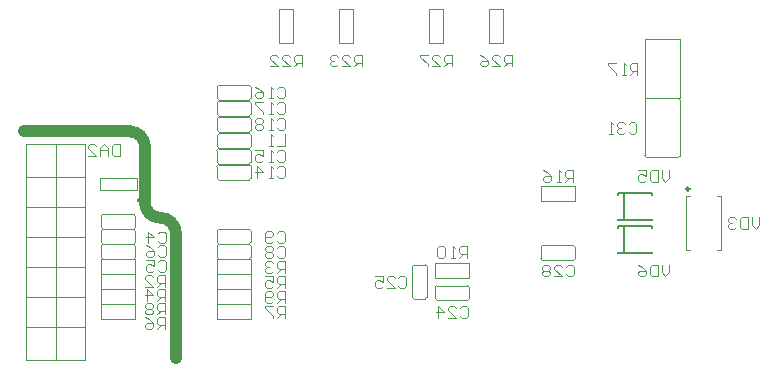
<source format=gbo>
%TF.GenerationSoftware,Altium Limited,Altium Designer,24.1.2 (44)*%
G04 Layer_Color=32896*
%FSLAX45Y45*%
%MOMM*%
%TF.SameCoordinates,791679A7-7A64-4111-B289-18E462613817*%
%TF.FilePolarity,Positive*%
%TF.FileFunction,Legend,Bot*%
%TF.Part,Single*%
G01*
G75*
%TA.AperFunction,NonConductor*%
%ADD40C,0.10000*%
%ADD41C,0.25000*%
%ADD43C,1.00000*%
%ADD44C,0.20000*%
D40*
X4437500Y1005000D02*
G03*
X4422500Y990000I0J-15000D01*
G01*
Y895000D02*
G03*
X4437500Y880000I15000J0D01*
G01*
X4712500Y990000D02*
G03*
X4697500Y1005000I-15000J0D01*
G01*
Y880000D02*
G03*
X4712500Y895000I0J15000D01*
G01*
X5587500Y1750000D02*
G03*
X5602500Y1765000I0J15000D01*
G01*
X5302500D02*
G03*
X5317500Y1750000I15000J0D01*
G01*
X5317500Y2250000D02*
G03*
X5302500Y2235000I0J-15000D01*
G01*
X5602500D02*
G03*
X5587500Y2250000I-15000J0D01*
G01*
X5040000Y1212500D02*
G03*
X5040000Y1212500I-5000J0D01*
G01*
Y932500D02*
G03*
X5040000Y932500I-5000J0D01*
G01*
X3333500Y568000D02*
G03*
X3348500Y553000I15000J0D01*
G01*
X3443500D02*
G03*
X3458500Y568000I0J15000D01*
G01*
X3348500Y843000D02*
G03*
X3333500Y828000I0J-15000D01*
G01*
X3458500D02*
G03*
X3443500Y843000I-15000J0D01*
G01*
X3541000Y665500D02*
G03*
X3526000Y650500I0J-15000D01*
G01*
Y555500D02*
G03*
X3541000Y540500I15000J0D01*
G01*
X3816000Y650500D02*
G03*
X3801000Y665500I-15000J0D01*
G01*
Y540500D02*
G03*
X3816000Y555500I0J15000D01*
G01*
X1694000Y2362500D02*
G03*
X1679000Y2347500I0J-15000D01*
G01*
Y2252500D02*
G03*
X1694000Y2237500I15000J0D01*
G01*
X1969000Y2347500D02*
G03*
X1954000Y2362500I-15000J0D01*
G01*
Y2237500D02*
G03*
X1969000Y2252500I0J15000D01*
G01*
X1694000Y2227500D02*
G03*
X1679000Y2212500I0J-15000D01*
G01*
Y2117500D02*
G03*
X1694000Y2102500I15000J0D01*
G01*
X1969000Y2212500D02*
G03*
X1954000Y2227500I-15000J0D01*
G01*
Y2102500D02*
G03*
X1969000Y2117500I0J15000D01*
G01*
X1694000Y2092500D02*
G03*
X1679000Y2077500I0J-15000D01*
G01*
Y1982500D02*
G03*
X1694000Y1967500I15000J0D01*
G01*
X1969000Y2077500D02*
G03*
X1954000Y2092500I-15000J0D01*
G01*
Y1967500D02*
G03*
X1969000Y1982500I0J15000D01*
G01*
X1954000Y1697500D02*
G03*
X1969000Y1712500I0J15000D01*
G01*
Y1807500D02*
G03*
X1954000Y1822500I-15000J0D01*
G01*
X1679000Y1712500D02*
G03*
X1694000Y1697500I15000J0D01*
G01*
Y1822500D02*
G03*
X1679000Y1807500I0J-15000D01*
G01*
X1954000Y1562500D02*
G03*
X1969000Y1577500I0J15000D01*
G01*
Y1672500D02*
G03*
X1954000Y1687500I-15000J0D01*
G01*
X1679000Y1577500D02*
G03*
X1694000Y1562500I15000J0D01*
G01*
Y1687500D02*
G03*
X1679000Y1672500I0J-15000D01*
G01*
X1694000Y1141500D02*
G03*
X1679000Y1126500I0J-15000D01*
G01*
Y1031500D02*
G03*
X1694000Y1016500I15000J0D01*
G01*
X1969000Y1126500D02*
G03*
X1954000Y1141500I-15000J0D01*
G01*
Y1016500D02*
G03*
X1969000Y1031500I0J15000D01*
G01*
X1694000Y1014500D02*
G03*
X1679000Y999500I0J-15000D01*
G01*
Y904500D02*
G03*
X1694000Y889500I15000J0D01*
G01*
X1969000Y999500D02*
G03*
X1954000Y1014500I-15000J0D01*
G01*
Y889500D02*
G03*
X1969000Y904500I0J15000D01*
G01*
X714000Y1268500D02*
G03*
X699000Y1253500I0J-15000D01*
G01*
Y1158500D02*
G03*
X714000Y1143500I15000J0D01*
G01*
X989000Y1253500D02*
G03*
X974000Y1268500I-15000J0D01*
G01*
Y1143500D02*
G03*
X989000Y1158500I0J15000D01*
G01*
X974000Y1016500D02*
G03*
X989000Y1031500I0J15000D01*
G01*
Y1126500D02*
G03*
X974000Y1141500I-15000J0D01*
G01*
X699000Y1031500D02*
G03*
X714000Y1016500I15000J0D01*
G01*
Y1141500D02*
G03*
X699000Y1126500I0J-15000D01*
G01*
X974000Y889500D02*
G03*
X989000Y904500I0J15000D01*
G01*
Y999500D02*
G03*
X974000Y1014500I-15000J0D01*
G01*
X699000Y904500D02*
G03*
X714000Y889500I15000J0D01*
G01*
Y1014500D02*
G03*
X699000Y999500I0J-15000D01*
G01*
X4422500Y1505000D02*
X4712500D01*
Y1380000D02*
Y1505000D01*
X4422500Y1380000D02*
X4712500D01*
X4422500D02*
Y1505000D01*
Y895000D02*
Y990000D01*
X4437500Y1005000D02*
X4697500D01*
X4437500Y880000D02*
X4697500D01*
X4712500Y895000D02*
Y990000D01*
X3526000Y855500D02*
X3816000D01*
Y730500D02*
Y855500D01*
X3526000Y730500D02*
X3816000D01*
X3526000D02*
Y855500D01*
X2326000Y2715000D02*
Y3005000D01*
X2201000Y2715000D02*
X2326000D01*
X2201000D02*
Y3005000D01*
X2326000D01*
X2834000Y2715000D02*
Y3005000D01*
X2709000Y2715000D02*
X2834000D01*
X2709000D02*
Y3005000D01*
X2834000D01*
X3596000Y2715000D02*
Y3005000D01*
X3471000Y2715000D02*
X3596000D01*
X3471000D02*
Y3005000D01*
X3596000D01*
X4104000Y2715000D02*
Y3005000D01*
X3979000Y2715000D02*
X4104000D01*
X3979000D02*
Y3005000D01*
X4104000D01*
X5602500Y2250000D02*
Y2750000D01*
X5302500Y2250000D02*
Y2750000D01*
Y2250000D02*
X5602500D01*
X5302500Y2750000D02*
X5602500D01*
X5317500Y1750000D02*
X5587500D01*
X5302500Y1765000D02*
Y2235000D01*
X5602500Y1765000D02*
Y2235000D01*
X5317500Y2250000D02*
X5587500D01*
X5912500Y962500D02*
X5950000D01*
X5912500Y1422500D02*
X5950000D01*
X5650000Y962500D02*
X5687500D01*
X5650000Y1422500D02*
X5687500D01*
X5950000Y962500D02*
Y1422500D01*
X5650000Y962500D02*
Y1422500D01*
X3348500Y553000D02*
X3443500D01*
X3333500Y568000D02*
Y828000D01*
X3458500Y568000D02*
Y828000D01*
X3348500Y843000D02*
X3443500D01*
X3526000Y555500D02*
Y650500D01*
X3541000Y665500D02*
X3801000D01*
X3541000Y540500D02*
X3801000D01*
X3816000Y555500D02*
Y650500D01*
X1679000Y2252500D02*
Y2347500D01*
X1694000Y2362500D02*
X1954000D01*
X1694000Y2237500D02*
X1954000D01*
X1969000Y2252500D02*
Y2347500D01*
X1679000Y2117500D02*
Y2212500D01*
X1694000Y2227500D02*
X1954000D01*
X1694000Y2102500D02*
X1954000D01*
X1969000Y2117500D02*
Y2212500D01*
X1679000Y1982500D02*
Y2077500D01*
X1694000Y2092500D02*
X1954000D01*
X1694000Y1967500D02*
X1954000D01*
X1969000Y1982500D02*
Y2077500D01*
X1679000Y1942500D02*
X1694000Y1957500D01*
X1679000Y1847500D02*
X1694000Y1832500D01*
X1954000D02*
X1969000Y1847500D01*
X1679000D02*
Y1942500D01*
X1694000Y1957500D02*
X1954000D01*
X1694000Y1832500D02*
X1954000D01*
X1969000Y1847500D02*
Y1942500D01*
X1954000Y1957500D02*
X1969000Y1942500D01*
Y1712500D02*
Y1807500D01*
X1694000Y1697500D02*
X1954000D01*
X1694000Y1822500D02*
X1954000D01*
X1679000Y1712500D02*
Y1807500D01*
X1969000Y1577500D02*
Y1672500D01*
X1694000Y1562500D02*
X1954000D01*
X1694000Y1687500D02*
X1954000D01*
X1679000Y1577500D02*
Y1672500D01*
Y1031500D02*
Y1126500D01*
X1694000Y1141500D02*
X1954000D01*
X1694000Y1016500D02*
X1954000D01*
X1969000Y1031500D02*
Y1126500D01*
X1679000Y904500D02*
Y999500D01*
X1694000Y1014500D02*
X1954000D01*
X1694000Y889500D02*
X1954000D01*
X1969000Y904500D02*
Y999500D01*
X1679000Y762500D02*
Y887500D01*
Y762500D02*
X1969000D01*
Y887500D01*
X1679000D02*
X1969000D01*
X1679000Y635500D02*
Y760500D01*
Y635500D02*
X1969000D01*
Y760500D01*
X1679000D02*
X1969000D01*
X1679000Y508500D02*
Y633500D01*
Y508500D02*
X1969000D01*
Y633500D01*
X1679000D02*
X1969000D01*
X1679000Y381500D02*
Y506500D01*
Y381500D02*
X1969000D01*
Y506500D01*
X1679000D02*
X1969000D01*
X689000Y1575000D02*
X999000D01*
X689000Y1475000D02*
X999000D01*
X689000D02*
Y1575000D01*
X999000Y1475000D02*
Y1575000D01*
X699000Y1158500D02*
Y1253500D01*
X714000Y1268500D02*
X974000D01*
X714000Y1143500D02*
X974000D01*
X989000Y1158500D02*
Y1253500D01*
Y1031500D02*
Y1126500D01*
X714000Y1016500D02*
X974000D01*
X714000Y1141500D02*
X974000D01*
X699000Y1031500D02*
Y1126500D01*
X989000Y904500D02*
Y999500D01*
X714000Y889500D02*
X974000D01*
X714000Y1014500D02*
X974000D01*
X699000Y904500D02*
Y999500D01*
Y762500D02*
Y887500D01*
Y762500D02*
X989000D01*
Y887500D01*
X699000D02*
X989000D01*
X699000Y635500D02*
Y760500D01*
Y635500D02*
X989000D01*
Y760500D01*
X699000D02*
X989000D01*
X699000Y508500D02*
Y633500D01*
Y508500D02*
X989000D01*
Y633500D01*
X699000D02*
X989000D01*
X699000Y381500D02*
Y506500D01*
Y381500D02*
X989000D01*
Y506500D01*
X699000D02*
X989000D01*
X65009Y1332814D02*
X565009D01*
X65008Y37812D02*
Y1865816D01*
X65009Y1586814D02*
X565009D01*
X65008Y1865816D02*
X565010D01*
X315009Y37812D02*
Y1865816D01*
X65009Y316814D02*
X565009D01*
X565010Y37812D02*
Y1865816D01*
X65009Y570814D02*
X565009D01*
X65009Y1078814D02*
X565009D01*
X65008Y37812D02*
X565010D01*
X65009Y824814D02*
X565009D01*
X5510790Y842484D02*
Y775839D01*
X5477468Y742516D01*
X5444145Y775839D01*
Y842484D01*
X5410823D02*
Y742516D01*
X5360839D01*
X5344178Y759178D01*
Y825823D01*
X5360839Y842484D01*
X5410823D01*
X5244210D02*
X5277532Y825823D01*
X5310855Y792500D01*
Y759178D01*
X5294193Y742516D01*
X5260871D01*
X5244210Y759178D01*
Y775839D01*
X5260871Y792500D01*
X5310855D01*
X5510790Y1642484D02*
Y1575839D01*
X5477468Y1542516D01*
X5444145Y1575839D01*
Y1642484D01*
X5410823D02*
Y1542516D01*
X5360839D01*
X5344178Y1559177D01*
Y1625823D01*
X5360839Y1642484D01*
X5410823D01*
X5244210D02*
X5310855D01*
Y1592500D01*
X5277532Y1609161D01*
X5260871D01*
X5244210Y1592500D01*
Y1559177D01*
X5260871Y1542516D01*
X5294193D01*
X5310855Y1559177D01*
X6273290Y1242484D02*
Y1175839D01*
X6239968Y1142516D01*
X6206645Y1175839D01*
Y1242484D01*
X6173322D02*
Y1142516D01*
X6123339D01*
X6106677Y1159178D01*
Y1225823D01*
X6123339Y1242484D01*
X6173322D01*
X6073355Y1225823D02*
X6056693Y1242484D01*
X6023371D01*
X6006710Y1225823D01*
Y1209161D01*
X6023371Y1192500D01*
X6040032D01*
X6023371D01*
X6006710Y1175839D01*
Y1159178D01*
X6023371Y1142516D01*
X6056693D01*
X6073355Y1159178D01*
X5239960Y2450016D02*
Y2549984D01*
X5189976D01*
X5173315Y2533323D01*
Y2500000D01*
X5189976Y2483339D01*
X5239960D01*
X5206637D02*
X5173315Y2450016D01*
X5139992D02*
X5106669D01*
X5123330D01*
Y2549984D01*
X5139992Y2533323D01*
X5056685Y2549984D02*
X4990040D01*
Y2533323D01*
X5056685Y2466678D01*
Y2450016D01*
X4692459Y1542516D02*
Y1642484D01*
X4642476D01*
X4625814Y1625823D01*
Y1592500D01*
X4642476Y1575839D01*
X4692459D01*
X4659137D02*
X4625814Y1542516D01*
X4592492D02*
X4559169D01*
X4575830D01*
Y1642484D01*
X4592492Y1625823D01*
X4442540Y1642484D02*
X4475863Y1625823D01*
X4509185Y1592500D01*
Y1559177D01*
X4492524Y1542516D01*
X4459201D01*
X4442540Y1559177D01*
Y1575839D01*
X4459201Y1592500D01*
X4509185D01*
X5164984Y2033323D02*
X5181645Y2049984D01*
X5214967D01*
X5231629Y2033323D01*
Y1966678D01*
X5214967Y1950016D01*
X5181645D01*
X5164984Y1966678D01*
X5131661Y2033323D02*
X5115000Y2049984D01*
X5081677D01*
X5065016Y2033323D01*
Y2016661D01*
X5081677Y2000000D01*
X5098339D01*
X5081677D01*
X5065016Y1983339D01*
Y1966678D01*
X5081677Y1950016D01*
X5115000D01*
X5131661Y1966678D01*
X5031693Y1950016D02*
X4998371D01*
X5015032D01*
Y2049984D01*
X5031693Y2033323D01*
X4634145Y825823D02*
X4650806Y842484D01*
X4684129D01*
X4700790Y825823D01*
Y759178D01*
X4684129Y742516D01*
X4650806D01*
X4634145Y759178D01*
X4534177Y742516D02*
X4600822D01*
X4534177Y809161D01*
Y825823D01*
X4550838Y842484D01*
X4584161D01*
X4600822Y825823D01*
X4500855D02*
X4484193Y842484D01*
X4450871D01*
X4434210Y825823D01*
Y809161D01*
X4450871Y792500D01*
X4434210Y775839D01*
Y759178D01*
X4450871Y742516D01*
X4484193D01*
X4500855Y759178D01*
Y775839D01*
X4484193Y792500D01*
X4500855Y809161D01*
Y825823D01*
X4484193Y792500D02*
X4450871D01*
X3795960Y902016D02*
Y1001984D01*
X3745976D01*
X3729315Y985322D01*
Y952000D01*
X3745976Y935338D01*
X3795960D01*
X3762637D02*
X3729315Y902016D01*
X3695992D02*
X3662669D01*
X3679330D01*
Y1001984D01*
X3695992Y985322D01*
X3612685D02*
X3596024Y1001984D01*
X3562702D01*
X3546040Y985322D01*
Y918677D01*
X3562702Y902016D01*
X3596024D01*
X3612685Y918677D01*
Y985322D01*
X3216645Y731322D02*
X3233306Y747984D01*
X3266629D01*
X3283290Y731322D01*
Y664677D01*
X3266629Y648016D01*
X3233306D01*
X3216645Y664677D01*
X3116678Y648016D02*
X3183323D01*
X3116678Y714661D01*
Y731322D01*
X3133339Y747984D01*
X3166661D01*
X3183323Y731322D01*
X3016710Y747984D02*
X3083355D01*
Y698000D01*
X3050032Y714661D01*
X3033371D01*
X3016710Y698000D01*
Y664677D01*
X3033371Y648016D01*
X3066693D01*
X3083355Y664677D01*
X3737645Y477322D02*
X3754306Y493984D01*
X3787629D01*
X3804290Y477322D01*
Y410677D01*
X3787629Y394016D01*
X3754306D01*
X3737645Y410677D01*
X3637678Y394016D02*
X3704323D01*
X3637678Y460661D01*
Y477322D01*
X3654339Y493984D01*
X3687661D01*
X3704323Y477322D01*
X3554371Y394016D02*
Y493984D01*
X3604355Y444000D01*
X3537710D01*
X2254960Y1944984D02*
Y1845016D01*
X2188315D01*
X2154992D02*
X2121669D01*
X2138330D01*
Y1944984D01*
X2154992Y1928323D01*
X2188315Y2063323D02*
X2204976Y2079984D01*
X2238298D01*
X2254960Y2063323D01*
Y1996677D01*
X2238298Y1980016D01*
X2204976D01*
X2188315Y1996677D01*
X2154992Y1980016D02*
X2121669D01*
X2138330D01*
Y2079984D01*
X2154992Y2063323D01*
X2071685D02*
X2055024Y2079984D01*
X2021702D01*
X2005040Y2063323D01*
Y2046661D01*
X2021702Y2030000D01*
X2005040Y2013339D01*
Y1996677D01*
X2021702Y1980016D01*
X2055024D01*
X2071685Y1996677D01*
Y2013339D01*
X2055024Y2030000D01*
X2071685Y2046661D01*
Y2063323D01*
X2055024Y2030000D02*
X2021702D01*
X2188315Y2198323D02*
X2204976Y2214984D01*
X2238298D01*
X2254960Y2198323D01*
Y2131677D01*
X2238298Y2115016D01*
X2204976D01*
X2188315Y2131677D01*
X2154992Y2115016D02*
X2121669D01*
X2138330D01*
Y2214984D01*
X2154992Y2198323D01*
X2071685Y2214984D02*
X2005040D01*
Y2198323D01*
X2071685Y2131677D01*
Y2115016D01*
X2188315Y2333322D02*
X2204976Y2349984D01*
X2238298D01*
X2254960Y2333322D01*
Y2266677D01*
X2238298Y2250016D01*
X2204976D01*
X2188315Y2266677D01*
X2154992Y2250016D02*
X2121669D01*
X2138330D01*
Y2349984D01*
X2154992Y2333322D01*
X2005040Y2349984D02*
X2038363Y2333322D01*
X2071685Y2300000D01*
Y2266677D01*
X2055024Y2250016D01*
X2021702D01*
X2005040Y2266677D01*
Y2283339D01*
X2021702Y2300000D01*
X2071685D01*
X2188315Y1793323D02*
X2204976Y1809984D01*
X2238298D01*
X2254960Y1793323D01*
Y1726678D01*
X2238298Y1710016D01*
X2204976D01*
X2188315Y1726678D01*
X2154992Y1710016D02*
X2121669D01*
X2138330D01*
Y1809984D01*
X2154992Y1793323D01*
X2005040Y1809984D02*
X2071685D01*
Y1760000D01*
X2038363Y1776661D01*
X2021702D01*
X2005040Y1760000D01*
Y1726678D01*
X2021702Y1710016D01*
X2055024D01*
X2071685Y1726678D01*
X2188315Y1658323D02*
X2204976Y1674984D01*
X2238298D01*
X2254960Y1658323D01*
Y1591678D01*
X2238298Y1575016D01*
X2204976D01*
X2188315Y1591678D01*
X2154992Y1575016D02*
X2121669D01*
X2138330D01*
Y1674984D01*
X2154992Y1658323D01*
X2021702Y1575016D02*
Y1674984D01*
X2071685Y1625000D01*
X2005040D01*
X3666790Y2520016D02*
Y2619984D01*
X3616806D01*
X3600145Y2603322D01*
Y2570000D01*
X3616806Y2553339D01*
X3666790D01*
X3633468D02*
X3600145Y2520016D01*
X3500177D02*
X3566822D01*
X3500177Y2586661D01*
Y2603322D01*
X3516839Y2619984D01*
X3550161D01*
X3566822Y2603322D01*
X3466855Y2619984D02*
X3400210D01*
Y2603322D01*
X3466855Y2536677D01*
Y2520016D01*
X4174790D02*
Y2619984D01*
X4124806D01*
X4108145Y2603322D01*
Y2570000D01*
X4124806Y2553339D01*
X4174790D01*
X4141468D02*
X4108145Y2520016D01*
X4008177D02*
X4074822D01*
X4008177Y2586661D01*
Y2603322D01*
X4024839Y2619984D01*
X4058161D01*
X4074822Y2603322D01*
X3908210Y2619984D02*
X3941532Y2603322D01*
X3974855Y2570000D01*
Y2536677D01*
X3958193Y2520016D01*
X3924871D01*
X3908210Y2536677D01*
Y2553339D01*
X3924871Y2570000D01*
X3974855D01*
X2904790Y2520016D02*
Y2619984D01*
X2854806D01*
X2838145Y2603322D01*
Y2570000D01*
X2854806Y2553339D01*
X2904790D01*
X2871468D02*
X2838145Y2520016D01*
X2738177D02*
X2804822D01*
X2738177Y2586661D01*
Y2603322D01*
X2754839Y2619984D01*
X2788161D01*
X2804822Y2603322D01*
X2704855D02*
X2688193Y2619984D01*
X2654871D01*
X2638210Y2603322D01*
Y2586661D01*
X2654871Y2570000D01*
X2671532D01*
X2654871D01*
X2638210Y2553339D01*
Y2536677D01*
X2654871Y2520016D01*
X2688193D01*
X2704855Y2536677D01*
X2396790Y2520016D02*
Y2619984D01*
X2346806D01*
X2330145Y2603322D01*
Y2570000D01*
X2346806Y2553339D01*
X2396790D01*
X2363468D02*
X2330145Y2520016D01*
X2230177D02*
X2296822D01*
X2230177Y2586661D01*
Y2603322D01*
X2246839Y2619984D01*
X2280161D01*
X2296822Y2603322D01*
X2130210Y2520016D02*
X2196855D01*
X2130210Y2586661D01*
Y2603322D01*
X2146871Y2619984D01*
X2180193D01*
X2196855Y2603322D01*
X858290Y1862484D02*
Y1762516D01*
X808306D01*
X791645Y1779178D01*
Y1845823D01*
X808306Y1862484D01*
X858290D01*
X758323Y1762516D02*
Y1829161D01*
X725000Y1862484D01*
X691678Y1829161D01*
Y1762516D01*
Y1812500D01*
X758323D01*
X591710Y1762516D02*
X658355D01*
X591710Y1829161D01*
Y1845823D01*
X608371Y1862484D01*
X641693D01*
X658355Y1845823D01*
X1181661Y1105823D02*
X1198322Y1122484D01*
X1231645D01*
X1248306Y1105823D01*
Y1039178D01*
X1231645Y1022516D01*
X1198322D01*
X1181661Y1039178D01*
X1098355Y1022516D02*
Y1122484D01*
X1148339Y1072500D01*
X1081694D01*
X2188315Y1112322D02*
X2204976Y1128984D01*
X2238298D01*
X2254960Y1112322D01*
Y1045677D01*
X2238298Y1029016D01*
X2204976D01*
X2188315Y1045677D01*
X2154992D02*
X2138330Y1029016D01*
X2105008D01*
X2088347Y1045677D01*
Y1112322D01*
X2105008Y1128984D01*
X2138330D01*
X2154992Y1112322D01*
Y1095661D01*
X2138330Y1079000D01*
X2088347D01*
X2188315Y985322D02*
X2204976Y1001984D01*
X2238298D01*
X2254960Y985322D01*
Y918677D01*
X2238298Y902016D01*
X2204976D01*
X2188315Y918677D01*
X2154992Y985322D02*
X2138330Y1001984D01*
X2105008D01*
X2088347Y985322D01*
Y968661D01*
X2105008Y952000D01*
X2088347Y935338D01*
Y918677D01*
X2105008Y902016D01*
X2138330D01*
X2154992Y918677D01*
Y935338D01*
X2138330Y952000D01*
X2154992Y968661D01*
Y985322D01*
X2138330Y952000D02*
X2105008D01*
X1181661Y988323D02*
X1198322Y1004984D01*
X1231645D01*
X1248306Y988323D01*
Y921678D01*
X1231645Y905016D01*
X1198322D01*
X1181661Y921678D01*
X1081694Y1004984D02*
X1115016Y988323D01*
X1148339Y955000D01*
Y921678D01*
X1131677Y905016D01*
X1098355D01*
X1081694Y921678D01*
Y938339D01*
X1098355Y955000D01*
X1148339D01*
X1181661Y863323D02*
X1198322Y879984D01*
X1231645D01*
X1248306Y863323D01*
Y796678D01*
X1231645Y780016D01*
X1198322D01*
X1181661Y796678D01*
X1081694Y879984D02*
X1148339D01*
Y830000D01*
X1115016Y846661D01*
X1098355D01*
X1081694Y830000D01*
Y796678D01*
X1098355Y780016D01*
X1131677D01*
X1148339Y796678D01*
X2254960Y521016D02*
Y620984D01*
X2204976D01*
X2188315Y604322D01*
Y571000D01*
X2204976Y554338D01*
X2254960D01*
X2221637D02*
X2188315Y521016D01*
X2154992Y537677D02*
X2138330Y521016D01*
X2105008D01*
X2088347Y537677D01*
Y604322D01*
X2105008Y620984D01*
X2138330D01*
X2154992Y604322D01*
Y587661D01*
X2138330Y571000D01*
X2088347D01*
X2254960Y394016D02*
Y493984D01*
X2204976D01*
X2188315Y477322D01*
Y444000D01*
X2204976Y427338D01*
X2254960D01*
X2221637D02*
X2188315Y394016D01*
X2154992Y493984D02*
X2088347D01*
Y477322D01*
X2154992Y410677D01*
Y394016D01*
X2254960Y648016D02*
Y747984D01*
X2204976D01*
X2188315Y731322D01*
Y698000D01*
X2204976Y681338D01*
X2254960D01*
X2221637D02*
X2188315Y648016D01*
X2088347Y747984D02*
X2154992D01*
Y698000D01*
X2121669Y714661D01*
X2105008D01*
X2088347Y698000D01*
Y664677D01*
X2105008Y648016D01*
X2138330D01*
X2154992Y664677D01*
X2254960Y775016D02*
Y874984D01*
X2204976D01*
X2188315Y858322D01*
Y825000D01*
X2204976Y808338D01*
X2254960D01*
X2221637D02*
X2188315Y775016D01*
X2154992Y858322D02*
X2138330Y874984D01*
X2105008D01*
X2088347Y858322D01*
Y841661D01*
X2105008Y825000D01*
X2121669D01*
X2105008D01*
X2088347Y808338D01*
Y791677D01*
X2105008Y775016D01*
X2138330D01*
X2154992Y791677D01*
X1238306Y420016D02*
Y519984D01*
X1188322D01*
X1171661Y503323D01*
Y470000D01*
X1188322Y453339D01*
X1238306D01*
X1204984D02*
X1171661Y420016D01*
X1138339Y503323D02*
X1121677Y519984D01*
X1088355D01*
X1071694Y503323D01*
Y486661D01*
X1088355Y470000D01*
X1071694Y453339D01*
Y436678D01*
X1088355Y420016D01*
X1121677D01*
X1138339Y436678D01*
Y453339D01*
X1121677Y470000D01*
X1138339Y486661D01*
Y503323D01*
X1121677Y470000D02*
X1088355D01*
X1240807Y297516D02*
Y397484D01*
X1190823D01*
X1174161Y380822D01*
Y347500D01*
X1190823Y330839D01*
X1240807D01*
X1207484D02*
X1174161Y297516D01*
X1074194Y397484D02*
X1107516Y380822D01*
X1140839Y347500D01*
Y314177D01*
X1124177Y297516D01*
X1090855D01*
X1074194Y314177D01*
Y330839D01*
X1090855Y347500D01*
X1140839D01*
X1240807Y537516D02*
Y637484D01*
X1190823D01*
X1174161Y620822D01*
Y587500D01*
X1190823Y570839D01*
X1240807D01*
X1207484D02*
X1174161Y537516D01*
X1090855D02*
Y637484D01*
X1140839Y587500D01*
X1074194D01*
X1240807Y655016D02*
Y754984D01*
X1190823D01*
X1174161Y738323D01*
Y705000D01*
X1190823Y688339D01*
X1240807D01*
X1207484D02*
X1174161Y655016D01*
X1074194D02*
X1140839D01*
X1074194Y721661D01*
Y738323D01*
X1090855Y754984D01*
X1124177D01*
X1140839Y738323D01*
D41*
X5680000Y1482500D02*
G03*
X5680000Y1482500I-12500J0D01*
G01*
X1036500Y1387500D02*
G03*
X1036500Y1387500I-12500J0D01*
G01*
D43*
X1334000Y1103000D02*
G03*
X1197000Y1240000I-137000J0D01*
G01*
X1070000Y1367000D02*
G03*
X1197000Y1240000I127000J0D01*
G01*
X1070000Y1843000D02*
G03*
X943000Y1970000I-127000J0D01*
G01*
X1334000Y50000D02*
Y1103000D01*
X50000Y1970000D02*
X943000D01*
X1070000Y1367000D02*
Y1843000D01*
D44*
X5362500Y1432500D02*
Y1447500D01*
Y1217500D02*
Y1232500D01*
X5072500Y1447500D02*
X5362500D01*
X5072500Y1217500D02*
X5362500D01*
X5130000D02*
Y1447500D01*
X5072500Y1217500D02*
Y1232500D01*
Y1432500D02*
Y1447500D01*
X5362500Y1152500D02*
Y1167500D01*
Y937500D02*
Y952500D01*
X5072500Y1167500D02*
X5362500D01*
X5072500Y937500D02*
X5362500D01*
X5130000D02*
Y1167500D01*
X5072500Y937500D02*
Y952500D01*
Y1152500D02*
Y1167500D01*
%TF.MD5,736ab72efb895259199ddf591242ac6c*%
M02*

</source>
